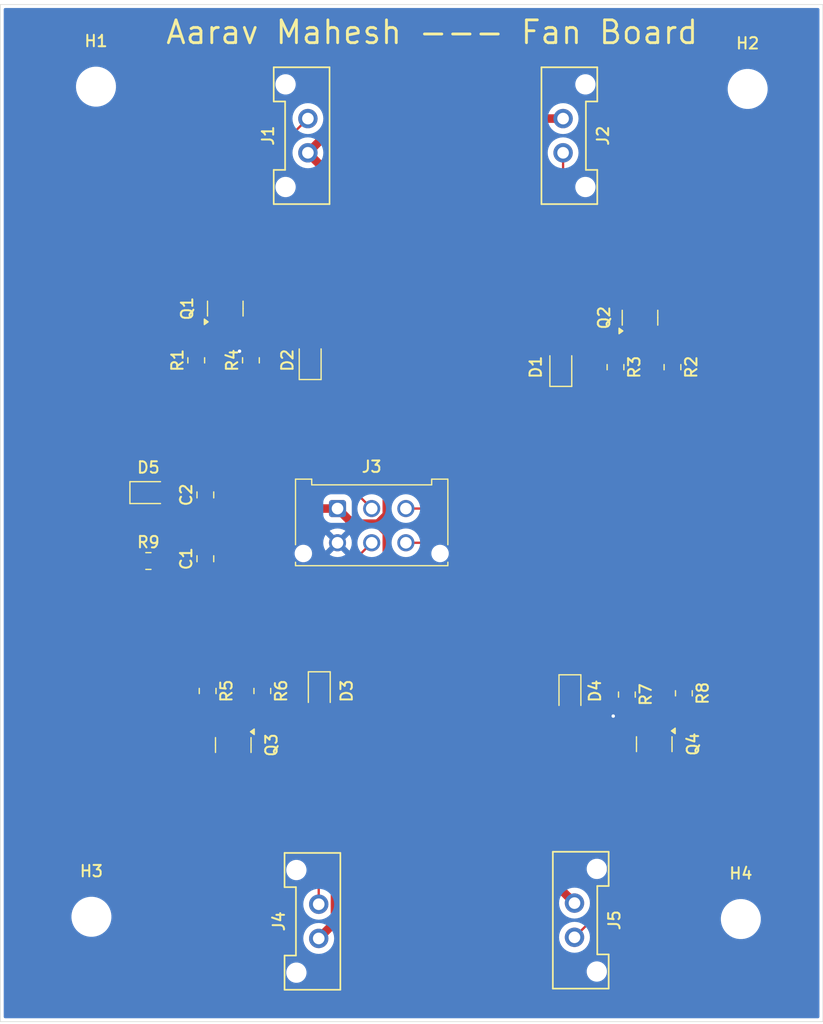
<source format=kicad_pcb>
(kicad_pcb (version 20240108) (generator "pcbnew") (generator_version "8.0")
  (layers (0 "F.Cu" signal) (31 "B.Cu" signal) (34 "B.Paste" user) (35 "F.Paste" user) (36 "B.SilkS" user "B.Silkscreen") (37 "F.SilkS" user "F.Silkscreen") (38 "B.Mask" user) (39 "F.Mask" user) (44 "Edge.Cuts" user))
  (net 0 "")
  (net 1 "GNDPWR")
  (net 2 "+12V")
  (net 3 "Net-(D1-A)")
  (net 4 "Net-(D2-A)")
  (net 5 "Net-(D3-A)")
  (net 6 "Net-(D4-A)")
  (net 7 "Net-(D5-K)")
  (net 8 "/FAN4")
  (net 9 "/FAN2")
  (net 10 "/FAN1")
  (net 11 "/FAN3")
  (net 12 "Net-(Q1-G)")
  (net 13 "Net-(Q2-G)")
  (net 14 "Net-(Q3-G)")
  (net 15 "Net-(Q4-G)")
  (footprint "LED_SMD:LED_0805_2012Metric" (layer "F.Cu") (at 192.2625 80.8)
    (property "Reference" "D5" (at -0.0625 -2.2 0) (layer "F.SilkS") (effects (font (thickness 0.175))))
    (property "Value" "LED")
    (fp_line (start -1.685 -0.96) (end -1.685 0.96) (stroke (width 0.12)) (layer "F.SilkS"))
    (fp_line (start -1.685 0.96) (end 1 0.96) (stroke (width 0.12)) (layer "F.SilkS"))
    (fp_line (start 1 -0.96) (end -1.685 -0.96) (stroke (width 0.12)) (layer "F.SilkS"))
    (pad "1" smd roundrect (at -0.9375 0) (size 0.975 1.4) (layers "F.Cu" "F.Paste" "F.Mask") (net 7 "Net-(D5-K)"))
    (pad "2" smd roundrect (at 0.9375 0) (size 0.975 1.4) (layers "F.Cu" "F.Paste" "F.Mask") (net 2 "+12V"))
  )
  (footprint "UTSVT_Connectors:Molex_MicroFit3.0_1x2xP3.00mm_PolarizingPeg_Vertical" (layer "F.Cu") (at 206.2 51 90)
    (property "Reference" "J1" (at 1.5 -3.5 90) (layer "F.SilkS") (effects (font (thickness 0.175))))
    (property "Value" "FAN1")
    (fp_line (start 7.5 -3) (end 7.5 1.9) (stroke (width 0.15)) (layer "F.SilkS"))
    (fp_line (start 4.5 -3) (end 7.5 -3) (stroke (width 0.15)) (layer "F.SilkS"))
    (fp_line (start -1.5 -3) (end -1.5 -2) (stroke (width 0.15)) (layer "F.SilkS"))
    (fp_line (start -4.5 -3) (end -1.5 -3) (stroke (width 0.15)) (layer "F.SilkS"))
    (fp_line (start 4.5 -2) (end 4.5 -3) (stroke (width 0.15)) (layer "F.SilkS"))
    (fp_line (start -1.5 -2) (end 4.5 -2) (stroke (width 0.15)) (layer "F.SilkS"))
    (fp_line (start 7.5 1.9) (end -4.5 1.9) (stroke (width 0.15)) (layer "F.SilkS"))
    (fp_line (start -4.5 1.9) (end -4.5 -3) (stroke (width 0.15)) (layer "F.SilkS"))
    (pad "" np_thru_hole circle (at -3 -1.96 90) (size 1.27 1.27) (drill 1.27) (layers "*.Cu" "*.Mask"))
    (pad "" np_thru_hole circle (at 6 -1.96 90) (size 1.27 1.27) (drill 1.27) (layers "*.Cu" "*.Mask"))
    (pad "1" thru_hole circle (at 0 0 90) (size 1.7 1.7) (drill 1.02) (layers "*.Cu" "*.Mask") (net 2 "+12V"))
    (pad "2" thru_hole circle (at 3 0 90) (size 1.7 1.7) (drill 1.02) (layers "*.Cu" "*.Mask") (net 4 "Net-(D2-A)"))
  )
  (footprint "Capacitor_SMD:C_0805_2012Metric" (layer "F.Cu") (at 197.2 86.6 90)
    (property "Reference" "C1" (at 0 -1.68 90) (layer "F.SilkS") (effects (font (thickness 0.175))))
    (property "Value" "100uF")
    (fp_line (start -0.261252 -0.735) (end 0.261252 -0.735) (stroke (width 0.12)) (layer "F.SilkS"))
    (fp_line (start -0.261252 0.735) (end 0.261252 0.735) (stroke (width 0.12)) (layer "F.SilkS"))
    (pad "1" smd roundrect (at -0.95 0 90) (size 1 1.45) (layers "F.Cu" "F.Paste" "F.Mask") (net 1 "GNDPWR"))
    (pad "2" smd roundrect (at 0.95 0 90) (size 1 1.45) (layers "F.Cu" "F.Paste" "F.Mask") (net 2 "+12V"))
  )
  (footprint "MountingHole:MountingHole_3mm" (layer "F.Cu") (at 187.2 118)
    (property "Reference" "H3" (at 0 -4 0) (layer "F.SilkS") (effects (font (thickness 0.175))))
    (property "Value" "MountingHole")
    (pad "" np_thru_hole circle (at 0 0) (size 3 3) (drill 3) (layers "*.Cu" "*.Mask"))
  )
  (footprint "Diode_SMD:D_0805_2012Metric" (layer "F.Cu") (at 206.4 69.2 90)
    (property "Reference" "D2" (at 0 -2 90) (layer "F.SilkS") (effects (font (thickness 0.175))))
    (property "Value" "D")
    (fp_line (start 1 -0.96) (end -1.685 -0.96) (stroke (width 0.12)) (layer "F.SilkS"))
    (fp_line (start -1.685 -0.96) (end -1.685 0.96) (stroke (width 0.12)) (layer "F.SilkS"))
    (fp_line (start -1.685 0.96) (end 1 0.96) (stroke (width 0.12)) (layer "F.SilkS"))
    (pad "1" smd roundrect (at -0.9375 0 90) (size 0.975 1.4) (layers "F.Cu" "F.Paste" "F.Mask") (net 2 "+12V"))
    (pad "2" smd roundrect (at 0.9375 0 90) (size 0.975 1.4) (layers "F.Cu" "F.Paste" "F.Mask") (net 4 "Net-(D2-A)"))
  )
  (footprint "Resistor_SMD:R_0805_2012Metric" (layer "F.Cu") (at 233.2 69.8 -90)
    (property "Reference" "R3" (at 0 -1.65 90) (layer "F.SilkS") (effects (font (thickness 0.175))))
    (property "Value" "100k")
    (fp_line (start -0.227064 0.735) (end 0.227064 0.735) (stroke (width 0.12)) (layer "F.SilkS"))
    (fp_line (start -0.227064 -0.735) (end 0.227064 -0.735) (stroke (width 0.12)) (layer "F.SilkS"))
    (pad "1" smd roundrect (at -0.9125 0 270) (size 1.025 1.4) (layers "F.Cu" "F.Paste" "F.Mask") (roundrect_rratio 0.243902) (net 9 "/FAN2"))
    (pad "2" smd roundrect (at 0.9125 0 270) (size 1.025 1.4) (layers "F.Cu" "F.Paste" "F.Mask") (roundrect_rratio 0.243902) (net 13 "Net-(Q2-G)"))
  )
  (footprint "Resistor_SMD:R_0805_2012Metric" (layer "F.Cu") (at 196.4 69.2 90)
    (property "Reference" "R1" (at 0 -1.65 90) (layer "F.SilkS") (effects (font (thickness 0.175))))
    (property "Value" "100k")
    (fp_line (start -0.227064 -0.735) (end 0.227064 -0.735) (stroke (width 0.12)) (layer "F.SilkS"))
    (fp_line (start -0.227064 0.735) (end 0.227064 0.735) (stroke (width 0.12)) (layer "F.SilkS"))
    (pad "1" smd roundrect (at -0.9125 0 90) (size 1.025 1.4) (layers "F.Cu" "F.Paste" "F.Mask") (roundrect_rratio 0.243902) (net 10 "/FAN1"))
    (pad "2" smd roundrect (at 0.9125 0 90) (size 1.025 1.4) (layers "F.Cu" "F.Paste" "F.Mask") (roundrect_rratio 0.243902) (net 12 "Net-(Q1-G)"))
  )
  (footprint "Capacitor_SMD:C_0805_2012Metric" (layer "F.Cu") (at 197.2 81 90)
    (property "Reference" "C2" (at 0 -1.68 90) (layer "F.SilkS") (effects (font (thickness 0.175))))
    (property "Value" "100uF")
    (fp_line (start -0.261252 -0.735) (end 0.261252 -0.735) (stroke (width 0.12)) (layer "F.SilkS"))
    (fp_line (start -0.261252 0.735) (end 0.261252 0.735) (stroke (width 0.12)) (layer "F.SilkS"))
    (pad "1" smd roundrect (at -0.95 0 90) (size 1 1.45) (layers "F.Cu" "F.Paste" "F.Mask") (net 1 "GNDPWR"))
    (pad "2" smd roundrect (at 0.95 0 90) (size 1 1.45) (layers "F.Cu" "F.Paste" "F.Mask") (net 2 "+12V"))
  )
  (footprint "UTSVT_Connectors:Molex_MicroFit3.0_1x2xP3.00mm_PolarizingPeg_Vertical" (layer "F.Cu") (at 207.15 119.9 90)
    (property "Reference" "J4" (at 1.5 -3.5 90) (layer "F.SilkS") (effects (font (thickness 0.175))))
    (property "Value" "FAN3")
    (fp_line (start 7.5 -3) (end 7.5 1.9) (stroke (width 0.15)) (layer "F.SilkS"))
    (fp_line (start 4.5 -3) (end 7.5 -3) (stroke (width 0.15)) (layer "F.SilkS"))
    (fp_line (start -1.5 -3) (end -1.5 -2) (stroke (width 0.15)) (layer "F.SilkS"))
    (fp_line (start -4.5 -3) (end -1.5 -3) (stroke (width 0.15)) (layer "F.SilkS"))
    (fp_line (start 4.5 -2) (end 4.5 -3) (stroke (width 0.15)) (layer "F.SilkS"))
    (fp_line (start -1.5 -2) (end 4.5 -2) (stroke (width 0.15)) (layer "F.SilkS"))
    (fp_line (start 7.5 1.9) (end -4.5 1.9) (stroke (width 0.15)) (layer "F.SilkS"))
    (fp_line (start -4.5 1.9) (end -4.5 -3) (stroke (width 0.15)) (layer "F.SilkS"))
    (pad "" np_thru_hole circle (at -3 -1.96 90) (size 1.27 1.27) (drill 1.27) (layers "*.Cu" "*.Mask"))
    (pad "" np_thru_hole circle (at 6 -1.96 90) (size 1.27 1.27) (drill 1.27) (layers "*.Cu" "*.Mask"))
    (pad "1" thru_hole circle (at 0 0 90) (size 1.7 1.7) (drill 1.02) (layers "*.Cu" "*.Mask") (net 2 "+12V"))
    (pad "2" thru_hole circle (at 3 0 90) (size 1.7 1.7) (drill 1.02) (layers "*.Cu" "*.Mask") (net 5 "Net-(D3-A)"))
  )
  (footprint "UTSVT_Connectors:Molex_MicroFit3.0_1x2xP3.00mm_PolarizingPeg_Vertical" (layer "F.Cu") (at 229.6 116.8 -90)
    (property "Reference" "J5" (at 1.5 -3.5 90) (layer "F.SilkS") (effects (font (thickness 0.175))))
    (property "Value" "FAN4")
    (fp_line (start -4.5 1.9) (end -4.5 -3) (stroke (width 0.15)) (layer "F.SilkS"))
    (fp_line (start 7.5 1.9) (end -4.5 1.9) (stroke (width 0.15)) (layer "F.SilkS"))
    (fp_line (start -1.5 -2) (end 4.5 -2) (stroke (width 0.15)) (layer "F.SilkS"))
    (fp_line (start 4.5 -2) (end 4.5 -3) (stroke (width 0.15)) (layer "F.SilkS"))
    (fp_line (start -4.5 -3) (end -1.5 -3) (stroke (width 0.15)) (layer "F.SilkS"))
    (fp_line (start -1.5 -3) (end -1.5 -2) (stroke (width 0.15)) (layer "F.SilkS"))
    (fp_line (start 4.5 -3) (end 7.5 -3) (stroke (width 0.15)) (layer "F.SilkS"))
    (fp_line (start 7.5 -3) (end 7.5 1.9) (stroke (width 0.15)) (layer "F.SilkS"))
    (pad "" np_thru_hole circle (at -3 -1.96 270) (size 1.27 1.27) (drill 1.27) (layers "*.Cu" "*.Mask"))
    (pad "" np_thru_hole circle (at 6 -1.96 270) (size 1.27 1.27) (drill 1.27) (layers "*.Cu" "*.Mask"))
    (pad "1" thru_hole circle (at 0 0 270) (size 1.7 1.7) (drill 1.02) (layers "*.Cu" "*.Mask") (net 2 "+12V"))
    (pad "2" thru_hole circle (at 3 0 270) (size 1.7 1.7) (drill 1.02) (layers "*.Cu" "*.Mask") (net 6 "Net-(D4-A)"))
  )
  (footprint "Diode_SMD:D_0805_2012Metric" (layer "F.Cu") (at 207.2 98.2 -90)
    (property "Reference" "D3" (at 0 -2.4 90) (layer "F.SilkS") (effects (font (thickness 0.175))))
    (property "Value" "D")
    (fp_line (start -1.685 0.96) (end 1 0.96) (stroke (width 0.12)) (layer "F.SilkS"))
    (fp_line (start -1.685 -0.96) (end -1.685 0.96) (stroke (width 0.12)) (layer "F.SilkS"))
    (fp_line (start 1 -0.96) (end -1.685 -0.96) (stroke (width 0.12)) (layer "F.SilkS"))
    (pad "1" smd roundrect (at -0.9375 0 270) (size 0.975 1.4) (layers "F.Cu" "F.Paste" "F.Mask") (net 2 "+12V"))
    (pad "2" smd roundrect (at 0.9375 0 270) (size 0.975 1.4) (layers "F.Cu" "F.Paste" "F.Mask") (net 5 "Net-(D3-A)"))
  )
  (footprint "MountingHole:MountingHole_3mm" (layer "F.Cu") (at 187.6 45.2)
    (property "Reference" "H1" (at 0 -4 0) (layer "F.SilkS") (effects (font (thickness 0.175))))
    (property "Value" "MountingHole")
    (pad "" np_thru_hole circle (at 0 0) (size 3 3) (drill 3) (layers "*.Cu" "*.Mask"))
  )
  (footprint "Connector_Molex:Molex_Micro-Fit_3.0_43045-0612_2x03_P3.00mm_Vertical" (layer "F.Cu") (at 208.8 82.2)
    (property "Reference" "J3" (at 3 -3.67 360) (layer "F.SilkS") (effects (font (thickness 0.175))))
    (property "Value" "Conn_02x03_Top_Bottom")
    (fp_line (start -3.685 -2.58) (end -2.265 -2.58) (stroke (width 0.12)) (layer "F.SilkS"))
    (fp_line (start -3.685 3.17) (end -3.685 -2.58) (stroke (width 0.12)) (layer "F.SilkS"))
    (fp_line (start -3.685 4.71) (end -3.685 5.01) (stroke (width 0.12)) (layer "F.SilkS"))
    (fp_line (start -3.685 5.01) (end 9.685 5.01) (stroke (width 0.12)) (layer "F.SilkS"))
    (fp_line (start -2.265 -2.58) (end -2.265 -2.08) (stroke (width 0.12)) (layer "F.SilkS"))
    (fp_line (start -2.265 -2.08) (end 8.265 -2.08) (stroke (width 0.12)) (layer "F.SilkS"))
    (fp_line (start 8.265 -2.58) (end 9.685 -2.58) (stroke (width 0.12)) (layer "F.SilkS"))
    (fp_line (start 8.265 -2.08) (end 8.265 -2.58) (stroke (width 0.12)) (layer "F.SilkS"))
    (fp_line (start 9.685 -2.58) (end 9.685 3.17) (stroke (width 0.12)) (layer "F.SilkS"))
    (fp_line (start 9.685 5.01) (end 9.685 4.71) (stroke (width 0.12)) (layer "F.SilkS"))
    (pad "" np_thru_hole circle (at -3 3.94) (size 1.02 1.02) (drill 1.02) (layers "*.Cu" "*.Mask"))
    (pad "" np_thru_hole circle (at 9 3.94) (size 1.02 1.02) (drill 1.02) (layers "*.Cu" "*.Mask"))
    (pad "1" thru_hole roundrect (at 0 0) (size 1.5 1.5) (drill 1.02) (layers "*.Cu" "*.Mask") (roundrect_rratio 0.166667) (net 2 "+12V"))
    (pad "2" thru_hole circle (at 3 0) (size 1.5 1.5) (drill 1.02) (layers "*.Cu" "*.Mask") (net 10 "/FAN1"))
    (pad "3" thru_hole circle (at 6 0) (size 1.5 1.5) (drill 1.02) (layers "*.Cu" "*.Mask") (net 9 "/FAN2"))
    (pad "4" thru_hole circle (at 0 3) (size 1.5 1.5) (drill 1.02) (layers "*.Cu" "*.Mask") (net 1 "GNDPWR"))
    (pad "5" thru_hole circle (at 3 3) (size 1.5 1.5) (drill 1.02) (layers "*.Cu" "*.Mask") (net 11 "/FAN3"))
    (pad "6" thru_hole circle (at 6 3) (size 1.5 1.5) (drill 1.02) (layers "*.Cu" "*.Mask") (net 8 "/FAN4"))
  )
  (footprint "Package_TO_SOT_SMD:SOT-23" (layer "F.Cu") (at 235.35 65.4625 90)
    (property "Reference" "Q2" (at 0 -3.15 90) (layer "F.SilkS") (effects (font (thickness 0.175))))
    (property "Value" "IRLML0030")
    (fp_line (start 0 -1.56) (end 0.65 -1.56) (stroke (width 0.12)) (layer "F.SilkS"))
    (fp_line (start 0 -1.56) (end -0.65 -1.56) (stroke (width 0.12)) (layer "F.SilkS"))
    (fp_line (start 0 1.56) (end 0.65 1.56) (stroke (width 0.12)) (layer "F.SilkS"))
    (fp_line (start 0 1.56) (end -0.65 1.56) (stroke (width 0.12)) (layer "F.SilkS"))
    (fp_poly (pts (xy -1.1625 -1.51) (xy -1.4025 -1.84) (xy -0.9225 -1.84) (xy -1.1625 -1.51)) (stroke (width 0.12)) (fill solid) (layer "F.SilkS"))
    (pad "1" smd roundrect (at -0.9375 -0.95 90) (size 1.475 0.6) (layers "F.Cu" "F.Paste" "F.Mask") (net 13 "Net-(Q2-G)"))
    (pad "2" smd roundrect (at -0.9375 0.95 90) (size 1.475 0.6) (layers "F.Cu" "F.Paste" "F.Mask") (net 1 "GNDPWR"))
    (pad "3" smd roundrect (at 0.9375 0 90) (size 1.475 0.6) (layers "F.Cu" "F.Paste" "F.Mask") (net 3 "Net-(D1-A)"))
  )
  (footprint "Diode_SMD:D_0805_2012Metric" (layer "F.Cu") (at 229.2 98.4625 -90)
    (property "Reference" "D4" (at -0.2625 -2.2 90) (layer "F.SilkS") (effects (font (thickness 0.175))))
    (property "Value" "D")
    (fp_line (start -1.685 0.96) (end 1 0.96) (stroke (width 0.12)) (layer "F.SilkS"))
    (fp_line (start -1.685 -0.96) (end -1.685 0.96) (stroke (width 0.12)) (layer "F.SilkS"))
    (fp_line (start 1 -0.96) (end -1.685 -0.96) (stroke (width 0.12)) (layer "F.SilkS"))
    (pad "1" smd roundrect (at -0.9375 0 270) (size 0.975 1.4) (layers "F.Cu" "F.Paste" "F.Mask") (net 2 "+12V"))
    (pad "2" smd roundrect (at 0.9375 0 270) (size 0.975 1.4) (layers "F.Cu" "F.Paste" "F.Mask") (net 6 "Net-(D4-A)"))
  )
  (footprint "Package_TO_SOT_SMD:SOT-23" (layer "F.Cu") (at 236.6 102.8625 -90)
    (property "Reference" "Q4" (at 0 -3.4 90) (layer "F.SilkS") (effects (font (thickness 0.175))))
    (property "Value" "IRLML0030")
    (fp_line (start 0 1.56) (end -0.65 1.56) (stroke (width 0.12)) (layer "F.SilkS"))
    (fp_line (start 0 1.56) (end 0.65 1.56) (stroke (width 0.12)) (layer "F.SilkS"))
    (fp_line (start 0 -1.56) (end -0.65 -1.56) (stroke (width 0.12)) (layer "F.SilkS"))
    (fp_line (start 0 -1.56) (end 0.65 -1.56) (stroke (width 0.12)) (layer "F.SilkS"))
    (fp_poly (pts (xy -1.1625 -1.51) (xy -1.4025 -1.84) (xy -0.9225 -1.84) (xy -1.1625 -1.51)) (stroke (width 0.12)) (fill solid) (layer "F.SilkS"))
    (pad "1" smd roundrect (at -0.9375 -0.95 270) (size 1.475 0.6) (layers "F.Cu" "F.Paste" "F.Mask") (net 15 "Net-(Q4-G)"))
    (pad "2" smd roundrect (at -0.9375 0.95 270) (size 1.475 0.6) (layers "F.Cu" "F.Paste" "F.Mask") (net 1 "GNDPWR"))
    (pad "3" smd roundrect (at 0.9375 0 270) (size 1.475 0.6) (layers "F.Cu" "F.Paste" "F.Mask") (net 6 "Net-(D4-A)"))
  )
  (footprint "Resistor_SMD:R_0805_2012Metric" (layer "F.Cu") (at 238.2 69.8 -90)
    (property "Reference" "R2" (at 0 -1.65 90) (layer "F.SilkS") (effects (font (thickness 0.175))))
    (property "Value" "100k")
    (fp_line (start -0.227064 0.735) (end 0.227064 0.735) (stroke (width 0.12)) (layer "F.SilkS"))
    (fp_line (start -0.227064 -0.735) (end 0.227064 -0.735) (stroke (width 0.12)) (layer "F.SilkS"))
    (pad "1" smd roundrect (at -0.9125 0 270) (size 1.025 1.4) (layers "F.Cu" "F.Paste" "F.Mask") (roundrect_rratio 0.243902) (net 9 "/FAN2"))
    (pad "2" smd roundrect (at 0.9125 0 270) (size 1.025 1.4) (layers "F.Cu" "F.Paste" "F.Mask") (roundrect_rratio 0.243902) (net 1 "GNDPWR"))
  )
  (footprint "Resistor_SMD:R_0805_2012Metric" (layer "F.Cu") (at 201.2 69.2 90)
    (property "Reference" "R4" (at 0 -1.65 90) (layer "F.SilkS") (effects (font (thickness 0.175))))
    (property "Value" "100k")
    (fp_line (start -0.227064 -0.735) (end 0.227064 -0.735) (stroke (width 0.12)) (layer "F.SilkS"))
    (fp_line (start -0.227064 0.735) (end 0.227064 0.735) (stroke (width 0.12)) (layer "F.SilkS"))
    (pad "1" smd roundrect (at -0.9125 0 90) (size 1.025 1.4) (layers "F.Cu" "F.Paste" "F.Mask") (roundrect_rratio 0.243902) (net 10 "/FAN1"))
    (pad "2" smd roundrect (at 0.9125 0 90) (size 1.025 1.4) (layers "F.Cu" "F.Paste" "F.Mask") (roundrect_rratio 0.243902) (net 1 "GNDPWR"))
  )
  (footprint "Resistor_SMD:R_0805_2012Metric" (layer "F.Cu") (at 234.2 98.5125 -90)
    (property "Reference" "R7" (at 0 -1.65 90) (layer "F.SilkS") (effects (font (thickness 0.175))))
    (property "Value" "100k")
    (fp_line (start -0.227064 0.735) (end 0.227064 0.735) (stroke (width 0.12)) (layer "F.SilkS"))
    (fp_line (start -0.227064 -0.735) (end 0.227064 -0.735) (stroke (width 0.12)) (layer "F.SilkS"))
    (pad "1" smd roundrect (at -0.9125 0 270) (size 1.025 1.4) (layers "F.Cu" "F.Paste" "F.Mask") (roundrect_rratio 0.243902) (net 8 "/FAN4"))
    (pad "2" smd roundrect (at 0.9125 0 270) (size 1.025 1.4) (layers "F.Cu" "F.Paste" "F.Mask") (roundrect_rratio 0.243902) (net 1 "GNDPWR"))
  )
  (footprint "Package_TO_SOT_SMD:SOT-23" (layer "F.Cu") (at 199.65 102.9375 -90)
    (property "Reference" "Q3" (at 0 -3.35 90) (layer "F.SilkS") (effects (font (thickness 0.175))))
    (property "Value" "IRLML0030")
    (fp_line (start 0 1.56) (end -0.65 1.56) (stroke (width 0.12)) (layer "F.SilkS"))
    (fp_line (start 0 1.56) (end 0.65 1.56) (stroke (width 0.12)) (layer "F.SilkS"))
    (fp_line (start 0 -1.56) (end -0.65 -1.56) (stroke (width 0.12)) (layer "F.SilkS"))
    (fp_line (start 0 -1.56) (end 0.65 -1.56) (stroke (width 0.12)) (layer "F.SilkS"))
    (fp_poly (pts (xy -1.1625 -1.51) (xy -1.4025 -1.84) (xy -0.9225 -1.84) (xy -1.1625 -1.51)) (stroke (width 0.12)) (fill solid) (layer "F.SilkS"))
    (pad "1" smd roundrect (at -0.9375 -0.95 270) (size 1.475 0.6) (layers "F.Cu" "F.Paste" "F.Mask") (net 14 "Net-(Q3-G)"))
    (pad "2" smd roundrect (at -0.9375 0.95 270) (size 1.475 0.6) (layers "F.Cu" "F.Paste" "F.Mask") (net 1 "GNDPWR"))
    (pad "3" smd roundrect (at 0.9375 0 270) (size 1.475 0.6) (layers "F.Cu" "F.Paste" "F.Mask") (net 5 "Net-(D3-A)"))
  )
  (footprint "Resistor_SMD:R_0805_2012Metric" (layer "F.Cu") (at 192.2 86.8)
    (property "Reference" "R9" (at 0 -1.65 0) (layer "F.SilkS") (effects (font (thickness 0.175))))
    (property "Value" "10k")
    (fp_line (start -0.227064 -0.735) (end 0.227064 -0.735) (stroke (width 0.12)) (layer "F.SilkS"))
    (fp_line (start -0.227064 0.735) (end 0.227064 0.735) (stroke (width 0.12)) (layer "F.SilkS"))
    (pad "1" smd roundrect (at -0.9125 0) (size 1.025 1.4) (layers "F.Cu" "F.Paste" "F.Mask") (roundrect_rratio 0.243902) (net 7 "Net-(D5-K)"))
    (pad "2" smd roundrect (at 0.9125 0) (size 1.025 1.4) (layers "F.Cu" "F.Paste" "F.Mask") (roundrect_rratio 0.243902) (net 1 "GNDPWR"))
  )
  (footprint "Package_TO_SOT_SMD:SOT-23" (layer "F.Cu") (at 198.95 64.6625 90)
    (property "Reference" "Q1" (at 0 -3.35 90) (layer "F.SilkS") (effects (font (thickness 0.175))))
    (property "Value" "IRLML0030")
    (fp_line (start 0 -1.56) (end 0.65 -1.56) (stroke (width 0.12)) (layer "F.SilkS"))
    (fp_line (start 0 -1.56) (end -0.65 -1.56) (stroke (width 0.12)) (layer "F.SilkS"))
    (fp_line (start 0 1.56) (end 0.65 1.56) (stroke (width 0.12)) (layer "F.SilkS"))
    (fp_line (start 0 1.56) (end -0.65 1.56) (stroke (width 0.12)) (layer "F.SilkS"))
    (fp_poly (pts (xy -1.1625 -1.51) (xy -1.4025 -1.84) (xy -0.9225 -1.84) (xy -1.1625 -1.51)) (stroke (width 0.12)) (fill solid) (layer "F.SilkS"))
    (pad "1" smd roundrect (at -0.9375 -0.95 90) (size 1.475 0.6) (layers "F.Cu" "F.Paste" "F.Mask") (net 12 "Net-(Q1-G)"))
    (pad "2" smd roundrect (at -0.9375 0.95 90) (size 1.475 0.6) (layers "F.Cu" "F.Paste" "F.Mask") (net 1 "GNDPWR"))
    (pad "3" smd roundrect (at 0.9375 0 90) (size 1.475 0.6) (layers "F.Cu" "F.Paste" "F.Mask") (net 4 "Net-(D2-A)"))
  )
  (footprint "Resistor_SMD:R_0805_2012Metric" (layer "F.Cu") (at 197.4 98.2 -90)
    (property "Reference" "R5" (at 0 -1.65 90) (layer "F.SilkS") (effects (font (thickness 0.175))))
    (property "Value" "100k")
    (fp_line (start -0.227064 0.735) (end 0.227064 0.735) (stroke (width 0.12)) (layer "F.SilkS"))
    (fp_line (start -0.227064 -0.735) (end 0.227064 -0.735) (stroke (width 0.12)) (layer "F.SilkS"))
    (pad "1" smd roundrect (at -0.9125 0 270) (size 1.025 1.4) (layers "F.Cu" "F.Paste" "F.Mask") (roundrect_rratio 0.243902) (net 11 "/FAN3"))
    (pad "2" smd roundrect (at 0.9125 0 270) (size 1.025 1.4) (layers "F.Cu" "F.Paste" "F.Mask") (roundrect_rratio 0.243902) (net 1 "GNDPWR"))
  )
  (footprint "MountingHole:MountingHole_3mm" (layer "F.Cu") (at 244.8 45.4)
    (property "Reference" "H2" (at 0 -4 0) (layer "F.SilkS") (effects (font (thickness 0.175))))
    (property "Value" "MountingHole")
    (pad "" np_thru_hole circle (at 0 0) (size 3 3) (drill 3) (layers "*.Cu" "*.Mask"))
  )
  (footprint "Diode_SMD:D_0805_2012Metric" (layer "F.Cu") (at 228.4 69.8 90)
    (property "Reference" "D1" (at 0 -2.2 90) (layer "F.SilkS") (effects (font (thickness 0.175))))
    (property "Value" "D")
    (fp_line (start 1 -0.96) (end -1.685 -0.96) (stroke (width 0.12)) (layer "F.SilkS"))
    (fp_line (start -1.685 -0.96) (end -1.685 0.96) (stroke (width 0.12)) (layer "F.SilkS"))
    (fp_line (start -1.685 0.96) (end 1 0.96) (stroke (width 0.12)) (layer "F.SilkS"))
    (pad "1" smd roundrect (at -0.9375 0 90) (size 0.975 1.4) (layers "F.Cu" "F.Paste" "F.Mask") (net 2 "+12V"))
    (pad "2" smd roundrect (at 0.9375 0 90) (size 0.975 1.4) (layers "F.Cu" "F.Paste" "F.Mask") (net 3 "Net-(D1-A)"))
  )
  (footprint "MountingHole:MountingHole_3mm" (layer "F.Cu") (at 244.2 118.2)
    (property "Reference" "H4" (at 0 -4 0) (layer "F.SilkS") (effects (font (thickness 0.175))))
    (property "Value" "MountingHole")
    (pad "" np_thru_hole circle (at 0 0) (size 3 3) (drill 3) (layers "*.Cu" "*.Mask"))
  )
  (footprint "Resistor_SMD:R_0805_2012Metric" (layer "F.Cu") (at 202.2 98.2 -90)
    (property "Reference" "R6" (at 0 -1.65 90) (layer "F.SilkS") (effects (font (thickness 0.175))))
    (property "Value" "100k")
    (fp_line (start -0.227064 0.735) (end 0.227064 0.735) (stroke (width 0.12)) (layer "F.SilkS"))
    (fp_line (start -0.227064 -0.735) (end 0.227064 -0.735) (stroke (width 0.12)) (layer "F.SilkS"))
    (pad "1" smd roundrect (at -0.9125 0 270) (size 1.025 1.4) (layers "F.Cu" "F.Paste" "F.Mask") (roundrect_rratio 0.243902) (net 11 "/FAN3"))
    (pad "2" smd roundrect (at 0.9125 0 270) (size 1.025 1.4) (layers "F.Cu" "F.Paste" "F.Mask") (roundrect_rratio 0.243902) (net 14 "Net-(Q3-G)"))
  )
  (footprint "Resistor_SMD:R_0805_2012Metric" (layer "F.Cu") (at 239.2 98.4 -90)
    (property "Reference" "R8" (at 0 -1.65 90) (layer "F.SilkS") (effects (font (thickness 0.175))))
    (property "Value" "100k")
    (fp_line (start -0.227064 0.735) (end 0.227064 0.735) (stroke (width 0.12)) (layer "F.SilkS"))
    (fp_line (start -0.227064 -0.735) (end 0.227064 -0.735) (stroke (width 0.12)) (layer "F.SilkS"))
    (pad "1" smd roundrect (at -0.9125 0 270) (size 1.025 1.4) (layers "F.Cu" "F.Paste" "F.Mask") (roundrect_rratio 0.243902) (net 8 "/FAN4"))
    (pad "2" smd roundrect (at 0.9125 0 270) (size 1.025 1.4) (layers "F.Cu" "F.Paste" "F.Mask") (roundrect_rratio 0.243902) (net 15 "Net-(Q4-G)"))
  )
  (footprint "UTSVT_Connectors:Molex_MicroFit3.0_1x2xP3.00mm_PolarizingPeg_Vertical" (layer "F.Cu") (at 228.6 48 -90)
    (property "Reference" "J2" (at 1.5 -3.5 90) (layer "F.SilkS") (effects (font (thickness 0.175))))
    (property "Value" "FAN2")
    (fp_line (start -4.5 1.9) (end -4.5 -3) (stroke (width 0.15)) (layer "F.SilkS"))
    (fp_line (start 7.5 1.9) (end -4.5 1.9) (stroke (width 0.15)) (layer "F.SilkS"))
    (fp_line (start -1.5 -2) (end 4.5 -2) (stroke (width 0.15)) (layer "F.SilkS"))
    (fp_line (start 4.5 -2) (end 4.5 -3) (stroke (width 0.15)) (layer "F.SilkS"))
    (fp_line (start -4.5 -3) (end -1.5 -3) (stroke (width 0.15)) (layer "F.SilkS"))
    (fp_line (start -1.5 -3) (end -1.5 -2) (stroke (width 0.15)) (layer "F.SilkS"))
    (fp_line (start 4.5 -3) (end 7.5 -3) (stroke (width 0.15)) (layer "F.SilkS"))
    (fp_line (start 7.5 -3) (end 7.5 1.9) (stroke (width 0.15)) (layer "F.SilkS"))
    (pad "" np_thru_hole circle (at -3 -1.96 270) (size 1.27 1.27) (drill 1.27) (layers "*.Cu" "*.Mask"))
    (pad "" np_thru_hole circle (at 6 -1.96 270) (size 1.27 1.27) (drill 1.27) (layers "*.Cu" "*.Mask"))
    (pad "1" thru_hole circle (at 0 0 270) (size 1.7 1.7) (drill 1.02) (layers "*.Cu" "*.Mask") (net 2 "+12V"))
    (pad "2" thru_hole circle (at 3 0 270) (size 1.7 1.7) (drill 1.02) (layers "*.Cu" "*.Mask") (net 3 "Net-(D1-A)"))
  )
  (gr_rect (start 179.2 38) (end 251.4 127.2) (stroke (width 0.05)) (fill none) (layer "Edge.Cuts"))
  (gr_text "Aarav Mahesh --- Fan Board" (at 193.6 41.6 0) (layer "F.SilkS") (effects (font (size 2 2) (thickness 0.25)) (justify left bottom)))
  (segment (start 238.2 70.7125) (end 239.2 69.7125) (width 0.2) (layer "F.Cu") (net 1))
  (segment (start 196.4 88.35) (end 197.2 87.55) (width 0.2) (layer "F.Cu") (net 1))
  (segment (start 197.2 81.95) (end 198.225 82.975) (width 0.2) (layer "F.Cu") (net 1))
  (segment (start 239.2 68.390256) (end 237.209744 66.4) (width 0.2) (layer "F.Cu") (net 1))
  (segment (start 237.209744 66.4) (end 236.3 66.4) (width 0.2) (layer "F.Cu") (net 1))
  (segment (start 239.2 69.7125) (end 239.2 68.390256) (width 0.2) (layer "F.Cu") (net 1))
  (segment (start 201.2 66.9) (end 199.9 65.6) (width 0.2) (layer "F.Cu") (net 1))
  (segment (start 196.45 86.8) (end 197.2 87.55) (width 0.2) (layer "F.Cu") (net 1))
  (segment (start 196.4 97.784744) (end 196.4 88.35) (width 0.2) (layer "F.Cu") (net 1))
  (segment (start 198.225 82.975) (end 198.225 86.525) (width 0.2) (layer "F.Cu") (net 1))
  (segment (start 198.225 86.525) (end 197.2 87.55) (width 0.2) (layer "F.Cu") (net 1))
  (segment (start 197.727756 99.1125) (end 196.4 97.784744) (width 0.2) (layer "F.Cu") (net 1))
  (segment (start 240.2 72.7125) (end 240.2 97.984744) (width 0.2) (layer "F.Cu") (net 1))
  (segment (start 197.4 99.1125) (end 197.727756 99.1125) (width 0.2) (layer "F.Cu") (net 1))
  (segment (start 193.1125 86.8) (end 196.45 86.8) (width 0.2) (layer "F.Cu") (net 1))
  (segment (start 234.2 99.425) (end 233.975 99.425) (width 0.2) (layer "F.Cu") (net 1))
  (segment (start 233.975 99.425) (end 233 100.4) (width 0.2) (layer "F.Cu") (net 1))
  (segment (start 239.684744 98.5) (end 235.125 98.5) (width 0.2) (layer "F.Cu") (net 1))
  (segment (start 235.125 98.5) (end 234.2 99.425) (width 0.2) (layer "F.Cu") (net 1))
  (segment (start 197.2 87.55) (end 206.45 87.55) (width 0.2) (layer "F.Cu") (net 1))
  (segment (start 201.2 68.2875) (end 201.2 66.9) (width 0.2) (layer "F.Cu") (net 1))
  (segment (start 234.2 99.425) (end 234.2 100.475) (width 0.2) (layer "F.Cu") (net 1))
  (segment (start 206.45 87.55) (end 208.8 85.2) (width 0.2) (layer "F.Cu") (net 1))
  (segment (start 234.2 100.475) (end 235.65 101.925) (width 0.2) (layer "F.Cu") (net 1))
  (segment (start 201.2 68.2875) (end 200.3125 68.2875) (width 0.2) (layer "F.Cu") (net 1))
  (segment (start 197.4 99.1125) (end 197.4 100.7) (width 0.2) (layer "F.Cu") (net 1))
  (segment (start 240.2 97.984744) (end 239.684744 98.5) (width 0.2) (layer "F.Cu") (net 1))
  (segment (start 238.2 70.7125) (end 240.2 72.7125) (width 0.2) (layer "F.Cu") (net 1))
  (segment (start 200.3125 68.2875) (end 200.2 68.4) (width 0.2) (layer "F.Cu") (net 1))
  (segment (start 197.4 100.7) (end 198.7 102) (width 0.2) (layer "F.Cu") (net 1))
  (via (at 233 100.4) (size 0.6) (drill 0.3) (layers "F.Cu" "B.Cu") (net 1))
  (via (at 200.2 68.4) (size 0.6) (drill 0.3) (layers "F.Cu" "B.Cu") (net 1))
  (segment (start 200.2 68.4) (end 200.2 78.8) (width 0.2) (layer "B.Cu") (net 1))
  (segment (start 232.8 100.2) (end 223.8 100.2) (width 0.2) (layer "B.Cu") (net 1))
  (segment (start 233 100.4) (end 232.8 100.2) (width 0.2) (layer "B.Cu") (net 1))
  (segment (start 223.8 100.2) (end 208.8 85.2) (width 0.2) (layer "B.Cu") (net 1))
  (segment (start 200.2 78.8) (end 197 82) (width 0.2) (layer "B.Cu") (net 1))
  (segment (start 207.675 52.475) (end 207.675 68.8625) (width 0.75) (layer "F.Cu") (net 2))
  (segment (start 218.125 97.525) (end 212.53125 91.93125) (width 0.75) (layer "F.Cu") (net 2))
  (segment (start 229.2 97.525) (end 218.125 97.525) (width 0.75) (layer "F.Cu") (net 2))
  (segment (start 228.6 48) (end 209.2 48) (width 0.75) (layer "F.Cu") (net 2))
  (segment (start 227.925 98.8) (end 229.2 97.525) (width 0.75) (layer "F.Cu") (net 2))
  (segment (start 209.2 48) (end 206.2 51) (width 0.75) (layer "F.Cu") (net 2))
  (segment (start 208.575 118.475) (end 208.575 96.775) (width 0.75) (layer "F.Cu") (net 2))
  (segment (start 210.125 83.525) (end 212.348833 83.525) (width 0.75) (layer "F.Cu") (net 2))
  (segment (start 207.2 97.2625) (end 208.13125 96.33125) (width 0.75) (layer "F.Cu") (net 2))
  (segment (start 195 80.8) (end 196.45 80.8) (width 0.75) (layer "F.Cu") (net 2))
  (segment (start 219.25 70.7375) (end 213.125 76.8625) (width 0.75) (layer "F.Cu") (net 2))
  (segment (start 193.2 80.8) (end 195 80.8) (width 0.75) (layer "F.Cu") (net 2))
  (segment (start 213.125 82.748833) (end 213.125 76.8625) (width 0.75) (layer "F.Cu") (net 2))
  (segment (start 228.4 70.7375) (end 219.25 70.7375) (width 0.75) (layer "F.Cu") (net 2))
  (segment (start 206.2 51) (end 207.675 52.475) (width 0.75) (layer "F.Cu") (net 2))
  (segment (start 207.675 68.8625) (end 206.4 70.1375) (width 0.75) (layer "F.Cu") (net 2))
  (segment (start 195 83.45) (end 195 80.8) (width 0.75) (layer "F.Cu") (net 2))
  (segment (start 213.125 84.301167) (end 212.348833 83.525) (width 0.75) (layer "F.Cu") (net 2))
  (segment (start 227.925 115.125) (end 227.925 98.8) (width 0.75) (layer "F.Cu") (net 2))
  (segment (start 208.575 96.775) (end 208.13125 96.33125) (width 0.75) (layer "F.Cu") (net 2))
  (segment (start 208.13125 96.33125) (end 212.53125 91.93125) (width 0.75) (layer "F.Cu") (net 2))
  (segment (start 212.348833 83.525) (end 213.125 82.748833) (width 0.75) (layer "F.Cu") (net 2))
  (segment (start 208.8 82.2) (end 199.35 82.2) (width 0.75) (layer "F.Cu") (net 2))
  (segment (start 208.8 82.2) (end 210.125 83.525) (width 0.75) (layer "F.Cu") (net 2))
  (segment (start 213.125 91.3375) (end 213.125 84.301167) (width 0.75) (layer "F.Cu") (net 2))
  (segment (start 196.45 80.8) (end 197.2 80.05) (width 0.75) (layer "F.Cu") (net 2))
  (segment (start 197.2 85.65) (end 195 83.45) (width 0.75) (layer "F.Cu") (net 2))
  (segment (start 199.35 82.2) (end 197.2 80.05) (width 0.75) (layer "F.Cu") (net 2))
  (segment (start 207.15 119.9) (end 208.575 118.475) (width 0.75) (layer "F.Cu") (net 2))
  (segment (start 229.6 116.8) (end 227.925 115.125) (width 0.75) (layer "F.Cu") (net 2))
  (segment (start 213.125 76.8625) (end 206.4 70.1375) (width 0.75) (layer "F.Cu") (net 2))
  (segment (start 212.53125 91.93125) (end 213.125 91.3375) (width 0.75) (layer "F.Cu") (net 2))
  (segment (start 232.7375 64.525) (end 235.35 64.525) (width 0.2) (layer "F.Cu") (net 3))
  (segment (start 228.4 68.8625) (end 232.7375 64.525) (width 0.2) (layer "F.Cu") (net 3))
  (segment (start 235.35 64.525) (end 228.6 57.775) (width 0.2) (layer "F.Cu") (net 3))
  (segment (start 228.6 57.775) (end 228.6 51) (width 0.2) (layer "F.Cu") (net 3))
  (segment (start 203.940552 68.2625) (end 206.4 68.2625) (width 0.2) (layer "F.Cu") (net 4))
  (segment (start 198.95 63.725) (end 198.95 55.25) (width 0.2) (layer "F.Cu") (net 4))
  (segment (start 198.95 55.25) (end 206.2 48) (width 0.2) (layer "F.Cu") (net 4))
  (segment (start 199.403052 63.725) (end 203.940552 68.2625) (width 0.2) (layer "F.Cu") (net 4))
  (segment (start 198.95 63.725) (end 199.403052 63.725) (width 0.2) (layer "F.Cu") (net 4))
  (segment (start 207.2 99.1375) (end 202.46875 103.86875) (width 0.2) (layer "F.Cu") (net 5))
  (segment (start 207.15 108.55) (end 202.46875 103.86875) (width 0.2) (layer "F.Cu") (net 5))
  (segment (start 207.15 116.9) (end 207.15 108.55) (width 0.2) (layer "F.Cu") (net 5))
  (segment (start 202.46875 103.86875) (end 202.4625 103.875) (width 0.2) (layer "F.Cu") (net 5))
  (segment (start 202.4625 103.875) (end 199.65 103.875) (width 0.2) (layer "F.Cu") (net 5))
  (segment (start 232.549 116.851) (end 232.549 105.251) (width 0.2) (layer "F.Cu") (net 6))
  (segment (start 232.549 105.251) (end 233.6 104.2) (width 0.2) (layer "F.Cu") (net 6))
  (segment (start 233.6 104.2) (end 233.6 103.8) (width 0.2) (layer "F.Cu") (net 6))
  (segment (start 229.6 119.8) (end 232.549 116.851) (width 0.2) (layer "F.Cu") (net 6))
  (segment (start 233.6 103.8) (end 236.6 103.8) (width 0.2) (layer "F.Cu") (net 6))
  (segment (start 229.2 99.4) (end 233.6 103.8) (width 0.2) (layer "F.Cu") (net 6))
  (segment (start 191.325 86.7625) (end 191.2875 86.8) (width 0.2) (layer "F.Cu") (net 7))
  (segment (start 191.325 80.8) (end 191.325 86.7625) (width 0.2) (layer "F.Cu") (net 7))
  (segment (start 221.8 85.2) (end 214.8 85.2) (width 0.2) (layer "F.Cu") (net 8))
  (segment (start 239.2 97.4875) (end 234.3125 97.4875) (width 0.2) (layer "F.Cu") (net 8))
  (segment (start 234.2 97.6) (end 221.8 85.2) (width 0.2) (layer "F.Cu") (net 8))
  (segment (start 234.3125 97.4875) (end 234.2 97.6) (width 0.2) (layer "F.Cu") (net 8))
  (segment (start 235 65.621948) (end 235 66.478052) (width 0.2) (layer "F.Cu") (net 9))
  (segment (start 233.2 68.8875) (end 233.8 68.2875) (width 0.2) (layer "F.Cu") (net 9))
  (segment (start 233.2 68.8875) (end 219.8875 82.2) (width 0.2) (layer "F.Cu") (net 9))
  (segment (start 219.8875 82.2) (end 214.8 82.2) (width 0.2) (layer "F.Cu") (net 9))
  (segment (start 237.409448 68.8875) (end 238.2 68.8875) (width 0.2) (layer "F.Cu") (net 9))
  (segment (start 235 66.478052) (end 237.409448 68.8875) (width 0.2) (layer "F.Cu") (net 9))
  (segment (start 233.8 68.2875) (end 233.8 65.621948) (width 0.2) (layer "F.Cu") (net 9))
  (segment (start 233.8 65.621948) (end 234.059448 65.3625) (width 0.2) (layer "F.Cu") (net 9))
  (segment (start 234.740552 65.3625) (end 235 65.621948) (width 0.2) (layer "F.Cu") (net 9))
  (segment (start 234.059448 65.3625) (end 234.740552 65.3625) (width 0.2) (layer "F.Cu") (net 9))
  (segment (start 211.8 82.2) (end 201.2 71.6) (width 0.2) (layer "F.Cu") (net 10))
  (segment (start 201.2 71.6) (end 201.2 70.1125) (width 0.2) (layer "F.Cu") (net 10))
  (segment (start 201.2 70.1125) (end 196.4 70.1125) (width 0.2) (layer "F.Cu") (net 10))
  (segment (start 202.2 94.8) (end 211.8 85.2) (width 0.2) (layer "F.Cu") (net 11))
  (segment (start 202.2 97.2875) (end 202.2 94.8) (width 0.2) (layer "F.Cu") (net 11))
  (segment (start 197.4 97.2875) (end 202.2 97.2875) (width 0.2) (layer "F.Cu") (net 11))
  (segment (start 196.4 68.2875) (end 196.4 67.2) (width 0.2) (layer "F.Cu") (net 12))
  (segment (start 196.4 67.2) (end 198 65.6) (width 0.2) (layer "F.Cu") (net 12))
  (segment (start 234.4 69.5125) (end 233.2 70.7125) (width 0.2) (layer "F.Cu") (net 13))
  (segment (start 234.4 66.4) (end 234.4 69.5125) (width 0.2) (layer "F.Cu") (net 13))
  (segment (start 202.2 99.1125) (end 202.2 100.4) (width 0.2) (layer "F.Cu") (net 14))
  (segment (start 202.2 100.4) (end 200.6 102) (width 0.2) (layer "F.Cu") (net 14))
  (segment (start 239.2 100.275) (end 237.55 101.925) (width 0.2) (layer "F.Cu") (net 15))
  (segment (start 239.2 99.3125) (end 239.2 100.275) (width 0.2) (layer "F.Cu") (net 15))
  (zone (net 1) (net_name "GNDPWR") (layer "B.Cu") (connect_pads (clearance 0.5)) (min_thickness 0.25) (fill yes (thermal_gap 0.5) (thermal_bridge_width 0.5))
    (polygon (pts (xy 179.2 37.6) (xy 251.4 37.6) (xy 251.4 127) (xy 179.2 127.4)))
  )
)
</source>
